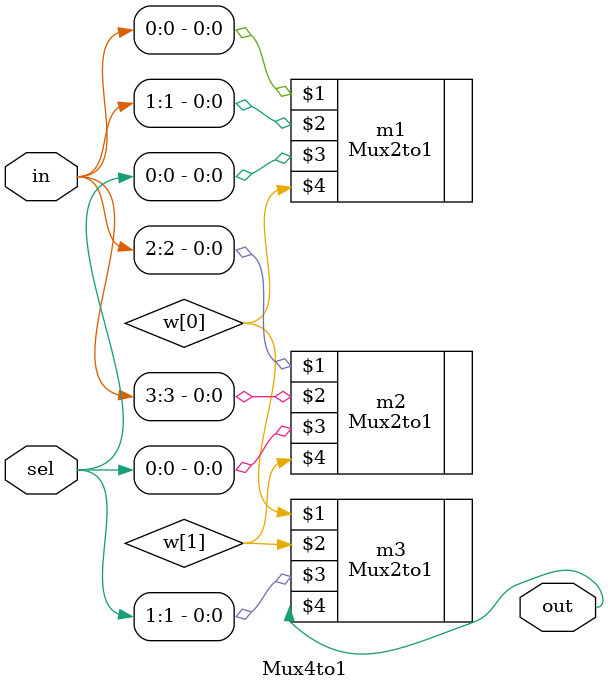
<source format=v>
`timescale 1ns / 1ps
module Mux4to1(
	input [3:0]in,
	input [1:0]sel, // select
	output out);
	
	wire w[1:0];
	
	Mux2to1 m1(in[0], in[1], sel[0], w[0]);
	Mux2to1 m2(in[2], in[3], sel[0], w[1]);
	Mux2to1 m3(w[0], w[1], sel[1], out);

endmodule

</source>
